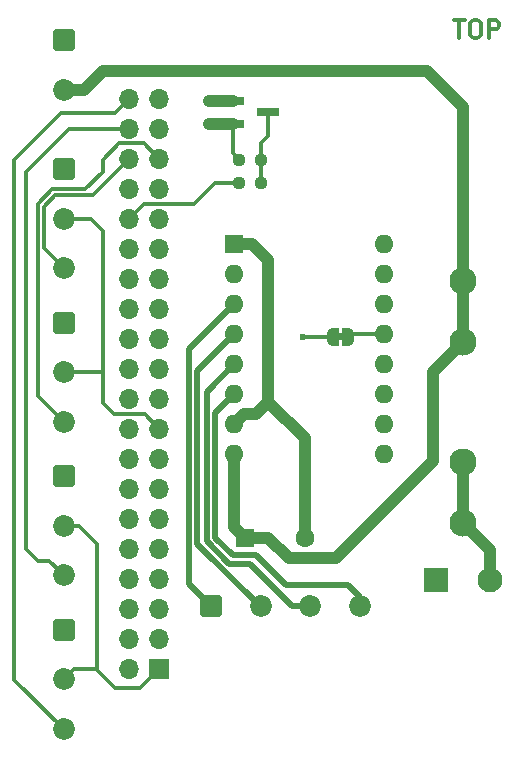
<source format=gbr>
%TF.GenerationSoftware,KiCad,Pcbnew,(6.0.7)*%
%TF.CreationDate,2022-09-20T18:51:32+02:00*%
%TF.ProjectId,postcardscanner,706f7374-6361-4726-9473-63616e6e6572,rev?*%
%TF.SameCoordinates,PX4d3f640PY2cd29c0*%
%TF.FileFunction,Copper,L1,Top*%
%TF.FilePolarity,Positive*%
%FSLAX46Y46*%
G04 Gerber Fmt 4.6, Leading zero omitted, Abs format (unit mm)*
G04 Created by KiCad (PCBNEW (6.0.7)) date 2022-09-20 18:51:32*
%MOMM*%
%LPD*%
G01*
G04 APERTURE LIST*
G04 Aperture macros list*
%AMRoundRect*
0 Rectangle with rounded corners*
0 $1 Rounding radius*
0 $2 $3 $4 $5 $6 $7 $8 $9 X,Y pos of 4 corners*
0 Add a 4 corners polygon primitive as box body*
4,1,4,$2,$3,$4,$5,$6,$7,$8,$9,$2,$3,0*
0 Add four circle primitives for the rounded corners*
1,1,$1+$1,$2,$3*
1,1,$1+$1,$4,$5*
1,1,$1+$1,$6,$7*
1,1,$1+$1,$8,$9*
0 Add four rect primitives between the rounded corners*
20,1,$1+$1,$2,$3,$4,$5,0*
20,1,$1+$1,$4,$5,$6,$7,0*
20,1,$1+$1,$6,$7,$8,$9,0*
20,1,$1+$1,$8,$9,$2,$3,0*%
%AMFreePoly0*
4,1,22,0.500000,-0.750000,0.000000,-0.750000,0.000000,-0.745033,-0.079941,-0.743568,-0.215256,-0.701293,-0.333266,-0.622738,-0.424486,-0.514219,-0.481581,-0.384460,-0.499164,-0.250000,-0.500000,-0.250000,-0.500000,0.250000,-0.499164,0.250000,-0.499963,0.256109,-0.478152,0.396186,-0.417904,0.524511,-0.324060,0.630769,-0.204165,0.706417,-0.067858,0.745374,0.000000,0.744959,0.000000,0.750000,
0.500000,0.750000,0.500000,-0.750000,0.500000,-0.750000,$1*%
%AMFreePoly1*
4,1,20,0.000000,0.744959,0.073905,0.744508,0.209726,0.703889,0.328688,0.626782,0.421226,0.519385,0.479903,0.390333,0.500000,0.250000,0.500000,-0.250000,0.499851,-0.262216,0.476331,-0.402017,0.414519,-0.529596,0.319384,-0.634700,0.198574,-0.708877,0.061801,-0.746166,0.000000,-0.745033,0.000000,-0.750000,-0.500000,-0.750000,-0.500000,0.750000,0.000000,0.750000,0.000000,0.744959,
0.000000,0.744959,$1*%
G04 Aperture macros list end*
%ADD10C,0.300000*%
%TA.AperFunction,NonConductor*%
%ADD11C,0.300000*%
%TD*%
%TA.AperFunction,SMDPad,CuDef*%
%ADD12RoundRect,0.237500X0.250000X0.237500X-0.250000X0.237500X-0.250000X-0.237500X0.250000X-0.237500X0*%
%TD*%
%TA.AperFunction,ComponentPad*%
%ADD13R,1.700000X1.700000*%
%TD*%
%TA.AperFunction,ComponentPad*%
%ADD14O,1.700000X1.700000*%
%TD*%
%TA.AperFunction,ComponentPad*%
%ADD15C,1.850000*%
%TD*%
%TA.AperFunction,ComponentPad*%
%ADD16RoundRect,0.250000X-0.675000X0.675000X-0.675000X-0.675000X0.675000X-0.675000X0.675000X0.675000X0*%
%TD*%
%TA.AperFunction,SMDPad,CuDef*%
%ADD17FreePoly0,0.000000*%
%TD*%
%TA.AperFunction,SMDPad,CuDef*%
%ADD18FreePoly1,0.000000*%
%TD*%
%TA.AperFunction,ComponentPad*%
%ADD19RoundRect,0.250000X-0.675000X-0.675000X0.675000X-0.675000X0.675000X0.675000X-0.675000X0.675000X0*%
%TD*%
%TA.AperFunction,ComponentPad*%
%ADD20R,1.600000X1.600000*%
%TD*%
%TA.AperFunction,ComponentPad*%
%ADD21C,1.600000*%
%TD*%
%TA.AperFunction,SMDPad,CuDef*%
%ADD22R,1.900000X0.800000*%
%TD*%
%TA.AperFunction,SMDPad,CuDef*%
%ADD23RoundRect,0.237500X-0.250000X-0.237500X0.250000X-0.237500X0.250000X0.237500X-0.250000X0.237500X0*%
%TD*%
%TA.AperFunction,ComponentPad*%
%ADD24RoundRect,0.250001X-0.799999X-0.799999X0.799999X-0.799999X0.799999X0.799999X-0.799999X0.799999X0*%
%TD*%
%TA.AperFunction,ComponentPad*%
%ADD25C,2.100000*%
%TD*%
%TA.AperFunction,ComponentPad*%
%ADD26O,1.600000X1.600000*%
%TD*%
%TA.AperFunction,ComponentPad*%
%ADD27C,2.300000*%
%TD*%
%TA.AperFunction,ViaPad*%
%ADD28C,0.600000*%
%TD*%
%TA.AperFunction,Conductor*%
%ADD29C,1.000000*%
%TD*%
%TA.AperFunction,Conductor*%
%ADD30C,0.500000*%
%TD*%
%TA.AperFunction,Conductor*%
%ADD31C,0.300000*%
%TD*%
G04 APERTURE END LIST*
D10*
D11*
X45285714Y-1178571D02*
X46142857Y-1178571D01*
X45714285Y-2678571D02*
X45714285Y-1178571D01*
X46928571Y-1178571D02*
X47214285Y-1178571D01*
X47357142Y-1250000D01*
X47500000Y-1392857D01*
X47571428Y-1678571D01*
X47571428Y-2178571D01*
X47500000Y-2464285D01*
X47357142Y-2607142D01*
X47214285Y-2678571D01*
X46928571Y-2678571D01*
X46785714Y-2607142D01*
X46642857Y-2464285D01*
X46571428Y-2178571D01*
X46571428Y-1678571D01*
X46642857Y-1392857D01*
X46785714Y-1250000D01*
X46928571Y-1178571D01*
X48214285Y-2678571D02*
X48214285Y-1178571D01*
X48785714Y-1178571D01*
X48928571Y-1250000D01*
X49000000Y-1321428D01*
X49071428Y-1464285D01*
X49071428Y-1678571D01*
X49000000Y-1821428D01*
X48928571Y-1892857D01*
X48785714Y-1964285D01*
X48214285Y-1964285D01*
%TO.C,JP1*%
G36*
X35900000Y-28300000D02*
G01*
X35400000Y-28300000D01*
X35400000Y-27700000D01*
X35900000Y-27700000D01*
X35900000Y-28300000D01*
G37*
%TD*%
D12*
%TO.P,R2,1*%
%TO.N,Net-(Q1-Pad3)*%
X28912500Y-13000000D03*
%TO.P,R2,2*%
%TO.N,GND*%
X27087500Y-13000000D03*
%TD*%
D13*
%TO.P,J1,1,3V3*%
%TO.N,+3.3V*%
X20290000Y-56100000D03*
D14*
%TO.P,J1,2,5V*%
%TO.N,unconnected-(J1-Pad2)*%
X17750000Y-56100000D03*
%TO.P,J1,3,SDA/GPIO2*%
%TO.N,unconnected-(J1-Pad3)*%
X20290000Y-53560000D03*
%TO.P,J1,4,5V*%
%TO.N,unconnected-(J1-Pad4)*%
X17750000Y-53560000D03*
%TO.P,J1,5,SCL/GPIO3*%
%TO.N,unconnected-(J1-Pad5)*%
X20290000Y-51020000D03*
%TO.P,J1,6,GND*%
%TO.N,GND*%
X17750000Y-51020000D03*
%TO.P,J1,7,GCLK0/GPIO4*%
%TO.N,/DIR*%
X20290000Y-48480000D03*
%TO.P,J1,8,GPIO14/TXD*%
%TO.N,unconnected-(J1-Pad8)*%
X17750000Y-48480000D03*
%TO.P,J1,9,GND*%
%TO.N,GND*%
X20290000Y-45940000D03*
%TO.P,J1,10,GPIO15/RXD*%
%TO.N,unconnected-(J1-Pad10)*%
X17750000Y-45940000D03*
%TO.P,J1,11,GPIO17*%
%TO.N,/STEP*%
X20290000Y-43400000D03*
%TO.P,J1,12,GPIO18/PWM0*%
%TO.N,/M2*%
X17750000Y-43400000D03*
%TO.P,J1,13,GPIO27*%
%TO.N,/M1*%
X20290000Y-40860000D03*
%TO.P,J1,14,GND*%
%TO.N,GND*%
X17750000Y-40860000D03*
%TO.P,J1,15,GPIO22*%
%TO.N,/M0*%
X20290000Y-38320000D03*
%TO.P,J1,16,GPIO23*%
%TO.N,/SLP*%
X17750000Y-38320000D03*
%TO.P,J1,17,3V3*%
%TO.N,+3.3V*%
X20290000Y-35780000D03*
%TO.P,J1,18,GPIO24*%
%TO.N,unconnected-(J1-Pad18)*%
X17750000Y-35780000D03*
%TO.P,J1,19,MOSI0/GPIO10*%
%TO.N,unconnected-(J1-Pad19)*%
X20290000Y-33240000D03*
%TO.P,J1,20,GND*%
%TO.N,GND*%
X17750000Y-33240000D03*
%TO.P,J1,21,MISO0/GPIO9*%
%TO.N,unconnected-(J1-Pad21)*%
X20290000Y-30700000D03*
%TO.P,J1,22,GPIO25*%
%TO.N,unconnected-(J1-Pad22)*%
X17750000Y-30700000D03*
%TO.P,J1,23,SCLK0/GPIO11*%
%TO.N,unconnected-(J1-Pad23)*%
X20290000Y-28160000D03*
%TO.P,J1,24,~{CE0}/GPIO8*%
%TO.N,unconnected-(J1-Pad24)*%
X17750000Y-28160000D03*
%TO.P,J1,25,GND*%
%TO.N,GND*%
X20290000Y-25620000D03*
%TO.P,J1,26,~{CE1}/GPIO7*%
%TO.N,unconnected-(J1-Pad26)*%
X17750000Y-25620000D03*
%TO.P,J1,27,ID_SD/GPIO0*%
%TO.N,unconnected-(J1-Pad27)*%
X20290000Y-23080000D03*
%TO.P,J1,28,ID_SC/GPIO1*%
%TO.N,unconnected-(J1-Pad28)*%
X17750000Y-23080000D03*
%TO.P,J1,29,GCLK1/GPIO5*%
%TO.N,unconnected-(J1-Pad29)*%
X20290000Y-20540000D03*
%TO.P,J1,30,GND*%
%TO.N,GND*%
X17750000Y-20540000D03*
%TO.P,J1,31,GCLK2/GPIO6*%
%TO.N,unconnected-(J1-Pad31)*%
X20290000Y-18000000D03*
%TO.P,J1,32,PWM0/GPIO12*%
%TO.N,/LED*%
X17750000Y-18000000D03*
%TO.P,J1,33,PWM1/GPIO13*%
%TO.N,unconnected-(J1-Pad33)*%
X20290000Y-15460000D03*
%TO.P,J1,34,GND*%
%TO.N,GND*%
X17750000Y-15460000D03*
%TO.P,J1,35,GPIO19/MISO1*%
%TO.N,/S2*%
X20290000Y-12920000D03*
%TO.P,J1,36,GPIO16*%
%TO.N,/S1*%
X17750000Y-12920000D03*
%TO.P,J1,37,GPIO26*%
%TO.N,unconnected-(J1-Pad37)*%
X20290000Y-10380000D03*
%TO.P,J1,38,GPIO20/MOSI1*%
%TO.N,/S3*%
X17750000Y-10380000D03*
%TO.P,J1,39,GND*%
%TO.N,GND*%
X20290000Y-7840000D03*
%TO.P,J1,40,GPIO21/SCLK1*%
%TO.N,/S4*%
X17750000Y-7840000D03*
%TD*%
D15*
%TO.P,J3,3,Pin_3*%
%TO.N,/S2*%
X12190000Y-35200000D03*
%TO.P,J3,2,Pin_2*%
%TO.N,+3.3V*%
X12190000Y-31000000D03*
D16*
%TO.P,J3,1,Pin_1*%
%TO.N,GND*%
X12190000Y-26800000D03*
%TD*%
D17*
%TO.P,JP1,1,A*%
%TO.N,+3.3V*%
X35000000Y-28000000D03*
D18*
%TO.P,JP1,2,B*%
%TO.N,Net-(A1-Pad13)*%
X36300000Y-28000000D03*
%TD*%
D16*
%TO.P,J7,1,Pin_1*%
%TO.N,Net-(J7-Pad1)*%
X12190000Y-2900000D03*
D15*
%TO.P,J7,2,Pin_2*%
%TO.N,+12V*%
X12190000Y-7100000D03*
%TD*%
D16*
%TO.P,J4,1,Pin_1*%
%TO.N,GND*%
X12190000Y-39800000D03*
D15*
%TO.P,J4,2,Pin_2*%
%TO.N,+3.3V*%
X12190000Y-44000000D03*
%TO.P,J4,3,Pin_3*%
%TO.N,/S3*%
X12190000Y-48200000D03*
%TD*%
D19*
%TO.P,J6,1,Pin_1*%
%TO.N,Net-(A1-Pad3)*%
X24700000Y-50810000D03*
D15*
%TO.P,J6,2,Pin_2*%
%TO.N,Net-(A1-Pad4)*%
X28900000Y-50810000D03*
%TO.P,J6,3,Pin_3*%
%TO.N,Net-(A1-Pad5)*%
X33100000Y-50810000D03*
%TO.P,J6,4,Pin_4*%
%TO.N,Net-(A1-Pad6)*%
X37300000Y-50810000D03*
%TD*%
%TO.P,J5,3,Pin_3*%
%TO.N,/S4*%
X12190000Y-61200000D03*
%TO.P,J5,2,Pin_2*%
%TO.N,+3.3V*%
X12190000Y-57000000D03*
D16*
%TO.P,J5,1,Pin_1*%
%TO.N,GND*%
X12190000Y-52800000D03*
%TD*%
D20*
%TO.P,C1,1*%
%TO.N,+12V*%
X27597349Y-45000000D03*
D21*
%TO.P,C1,2*%
%TO.N,GND*%
X32597349Y-45000000D03*
%TD*%
D22*
%TO.P,Q1,1,D*%
%TO.N,Net-(J7-Pad1)*%
X26500000Y-8050000D03*
%TO.P,Q1,2,S*%
%TO.N,GND*%
X26500000Y-9950000D03*
%TO.P,Q1,3,G*%
%TO.N,Net-(Q1-Pad3)*%
X29500000Y-9000000D03*
%TD*%
D15*
%TO.P,J2,3,Pin_3*%
%TO.N,/S1*%
X12190000Y-22200000D03*
%TO.P,J2,2,Pin_2*%
%TO.N,+3.3V*%
X12190000Y-18000000D03*
D16*
%TO.P,J2,1,Pin_1*%
%TO.N,GND*%
X12190000Y-13800000D03*
%TD*%
D23*
%TO.P,R1,1*%
%TO.N,/LED*%
X27087500Y-15000000D03*
%TO.P,R1,2*%
%TO.N,Net-(Q1-Pad3)*%
X28912500Y-15000000D03*
%TD*%
D24*
%TO.P,J8,1,Pin_1*%
%TO.N,GND*%
X43700000Y-48575000D03*
D25*
%TO.P,J8,2,Pin_2*%
%TO.N,Net-(F1-Pad2)*%
X48300000Y-48575000D03*
%TD*%
D20*
%TO.P,A1,1,GND*%
%TO.N,GND*%
X26660000Y-20110000D03*
D26*
%TO.P,A1,2,~{FLT}*%
%TO.N,unconnected-(A1-Pad2)*%
X26660000Y-22650000D03*
%TO.P,A1,3,A2*%
%TO.N,Net-(A1-Pad3)*%
X26660000Y-25190000D03*
%TO.P,A1,4,A1*%
%TO.N,Net-(A1-Pad4)*%
X26660000Y-27730000D03*
%TO.P,A1,5,B1*%
%TO.N,Net-(A1-Pad5)*%
X26660000Y-30270000D03*
%TO.P,A1,6,B2*%
%TO.N,Net-(A1-Pad6)*%
X26660000Y-32810000D03*
%TO.P,A1,7,GND*%
%TO.N,GND*%
X26660000Y-35350000D03*
%TO.P,A1,8,VMOT*%
%TO.N,+12V*%
X26660000Y-37890000D03*
%TO.P,A1,9,~{EN}*%
%TO.N,unconnected-(A1-Pad9)*%
X39360000Y-37890000D03*
%TO.P,A1,10,M0*%
%TO.N,/M0*%
X39360000Y-35350000D03*
%TO.P,A1,11,M1*%
%TO.N,/M1*%
X39360000Y-32810000D03*
%TO.P,A1,12,M2*%
%TO.N,/M2*%
X39360000Y-30270000D03*
%TO.P,A1,13,~{RST}*%
%TO.N,Net-(A1-Pad13)*%
X39360000Y-27730000D03*
%TO.P,A1,14,~{SLP}*%
%TO.N,/SLP*%
X39360000Y-25190000D03*
%TO.P,A1,15,STEP*%
%TO.N,/STEP*%
X39360000Y-22650000D03*
%TO.P,A1,16,DIR*%
%TO.N,/DIR*%
X39360000Y-20110000D03*
%TD*%
D27*
%TO.P,F1,1*%
%TO.N,+12V*%
X46000000Y-23250000D03*
X46000000Y-28450000D03*
%TO.P,F1,2*%
%TO.N,Net-(F1-Pad2)*%
X46000000Y-43750000D03*
X46000000Y-38550000D03*
%TD*%
D28*
%TO.N,+3.3V*%
X32500000Y-28000000D03*
%TO.N,GND*%
X24500000Y-10000000D03*
%TO.N,Net-(J7-Pad1)*%
X24500000Y-8000000D03*
%TD*%
D29*
%TO.N,GND*%
X32597349Y-36597349D02*
X32597349Y-45000000D01*
X29500000Y-33500000D02*
X32597349Y-36597349D01*
%TO.N,+12V*%
X31250000Y-46750000D02*
X29500000Y-45000000D01*
X43500000Y-38500000D02*
X35250000Y-46750000D01*
X43500000Y-30950000D02*
X43500000Y-38500000D01*
X35250000Y-46750000D02*
X31250000Y-46750000D01*
X29500000Y-45000000D02*
X27597349Y-45000000D01*
X46000000Y-28450000D02*
X43500000Y-30950000D01*
D30*
%TO.N,Net-(A1-Pad6)*%
X26500000Y-46500000D02*
X25000000Y-45000000D01*
X25000000Y-34470000D02*
X26660000Y-32810000D01*
X28500000Y-46500000D02*
X26500000Y-46500000D01*
X25000000Y-45000000D02*
X25000000Y-34470000D01*
X31000000Y-49000000D02*
X28500000Y-46500000D01*
X37300000Y-50050000D02*
X36250000Y-49000000D01*
X37300000Y-50810000D02*
X37300000Y-50050000D01*
X36250000Y-49000000D02*
X31000000Y-49000000D01*
%TO.N,Net-(A1-Pad5)*%
X31560000Y-50810000D02*
X33100000Y-50810000D01*
X27950000Y-47200000D02*
X31560000Y-50810000D01*
X26200000Y-47200000D02*
X27950000Y-47200000D01*
X24300000Y-32630000D02*
X24300000Y-45300000D01*
X26660000Y-30270000D02*
X24300000Y-32630000D01*
X24300000Y-45300000D02*
X26200000Y-47200000D01*
%TO.N,Net-(A1-Pad4)*%
X23500000Y-45500000D02*
X23500000Y-30890000D01*
X23500000Y-30890000D02*
X26660000Y-27730000D01*
X28810000Y-50810000D02*
X23500000Y-45500000D01*
X28900000Y-50810000D02*
X28810000Y-50810000D01*
D31*
%TO.N,+3.3V*%
X16471077Y-34541077D02*
X15500000Y-33570000D01*
X19051077Y-34541077D02*
X16471077Y-34541077D01*
X20290000Y-35780000D02*
X19051077Y-34541077D01*
%TO.N,/LED*%
X18988923Y-16761077D02*
X23238923Y-16761077D01*
X23238923Y-16761077D02*
X25000000Y-15000000D01*
X17750000Y-18000000D02*
X18988923Y-16761077D01*
%TO.N,/S2*%
X18986078Y-11616078D02*
X20290000Y-12920000D01*
X16883922Y-11616078D02*
X18986078Y-11616078D01*
X15500000Y-13000000D02*
X16883922Y-11616078D01*
X15500000Y-14000000D02*
X15500000Y-13000000D01*
X14000000Y-15500000D02*
X15500000Y-14000000D01*
X10000000Y-16750000D02*
X11250000Y-15500000D01*
X10000000Y-33010000D02*
X10000000Y-16750000D01*
X11250000Y-15500000D02*
X14000000Y-15500000D01*
X12190000Y-35200000D02*
X10000000Y-33010000D01*
%TO.N,/S1*%
X10500000Y-20510000D02*
X12190000Y-22200000D01*
X10500000Y-17000000D02*
X10500000Y-20510000D01*
X14670000Y-16000000D02*
X11500000Y-16000000D01*
X17750000Y-12920000D02*
X14670000Y-16000000D01*
X11500000Y-16000000D02*
X10500000Y-17000000D01*
%TO.N,/S3*%
X10000000Y-47000000D02*
X10990000Y-47000000D01*
X9000000Y-46000000D02*
X10000000Y-47000000D01*
X9000000Y-14000000D02*
X9000000Y-46000000D01*
X10990000Y-47000000D02*
X12190000Y-48200000D01*
X17750000Y-10380000D02*
X12620000Y-10380000D01*
X12620000Y-10380000D02*
X9000000Y-14000000D01*
%TO.N,/S4*%
X16550000Y-9040000D02*
X11960000Y-9040000D01*
X17750000Y-7840000D02*
X16550000Y-9040000D01*
%TO.N,+3.3V*%
X16550000Y-57750000D02*
X18640000Y-57750000D01*
X18640000Y-57750000D02*
X20290000Y-56100000D01*
X14900000Y-56100000D02*
X16550000Y-57750000D01*
D29*
%TO.N,GND*%
X28500000Y-34500000D02*
X27510000Y-34500000D01*
X29500000Y-33500000D02*
X28500000Y-34500000D01*
X28110000Y-20110000D02*
X29500000Y-21500000D01*
X29500000Y-21500000D02*
X29500000Y-33500000D01*
X27510000Y-34500000D02*
X26660000Y-35350000D01*
X26660000Y-20110000D02*
X28110000Y-20110000D01*
D31*
%TO.N,Net-(A1-Pad13)*%
X36570000Y-27730000D02*
X39360000Y-27730000D01*
X36300000Y-28000000D02*
X36570000Y-27730000D01*
%TO.N,+3.3V*%
X32500000Y-28000000D02*
X35000000Y-28000000D01*
D30*
%TO.N,Net-(A1-Pad3)*%
X22800000Y-48910000D02*
X24700000Y-50810000D01*
X22800000Y-29050000D02*
X22800000Y-48910000D01*
X26660000Y-25190000D02*
X22800000Y-29050000D01*
D31*
%TO.N,+3.3V*%
X15000000Y-56000000D02*
X14900000Y-56100000D01*
X15000000Y-45500000D02*
X15000000Y-56000000D01*
X14900000Y-56100000D02*
X13090000Y-56100000D01*
X13500000Y-44000000D02*
X15000000Y-45500000D01*
X12190000Y-44000000D02*
X13500000Y-44000000D01*
X13090000Y-56100000D02*
X12190000Y-57000000D01*
X15500000Y-31000000D02*
X15500000Y-33570000D01*
X15500000Y-19000000D02*
X15500000Y-31000000D01*
X12190000Y-31000000D02*
X15500000Y-31000000D01*
X14500000Y-18000000D02*
X15500000Y-19000000D01*
X12190000Y-18000000D02*
X14500000Y-18000000D01*
%TO.N,/S4*%
X8000000Y-57010000D02*
X8000000Y-13000000D01*
X12190000Y-61200000D02*
X8000000Y-57010000D01*
X8000000Y-13000000D02*
X11960000Y-9040000D01*
%TO.N,/LED*%
X25000000Y-15000000D02*
X27087500Y-15000000D01*
%TO.N,Net-(Q1-Pad3)*%
X28912500Y-11587500D02*
X28912500Y-15000000D01*
X29500000Y-11000000D02*
X28912500Y-11587500D01*
X29500000Y-9000000D02*
X29500000Y-11000000D01*
%TO.N,GND*%
X26500000Y-12412500D02*
X26500000Y-9950000D01*
X27087500Y-13000000D02*
X26500000Y-12412500D01*
D29*
X24550000Y-9950000D02*
X24500000Y-10000000D01*
X26500000Y-9950000D02*
X24550000Y-9950000D01*
%TO.N,Net-(J7-Pad1)*%
X24550000Y-8050000D02*
X24500000Y-8000000D01*
X26500000Y-8050000D02*
X24550000Y-8050000D01*
%TO.N,+12V*%
X46000000Y-8500000D02*
X46000000Y-23250000D01*
X13900000Y-7100000D02*
X15500000Y-5500000D01*
X15500000Y-5500000D02*
X43000000Y-5500000D01*
X43000000Y-5500000D02*
X46000000Y-8500000D01*
X12190000Y-7100000D02*
X13900000Y-7100000D01*
X26660000Y-44062651D02*
X27597349Y-45000000D01*
X26660000Y-37890000D02*
X26660000Y-44062651D01*
X46000000Y-23250000D02*
X46000000Y-28450000D01*
%TO.N,Net-(F1-Pad2)*%
X46000000Y-38550000D02*
X46000000Y-43750000D01*
X48300000Y-46050000D02*
X46000000Y-43750000D01*
X48300000Y-48575000D02*
X48300000Y-46050000D01*
%TD*%
M02*

</source>
